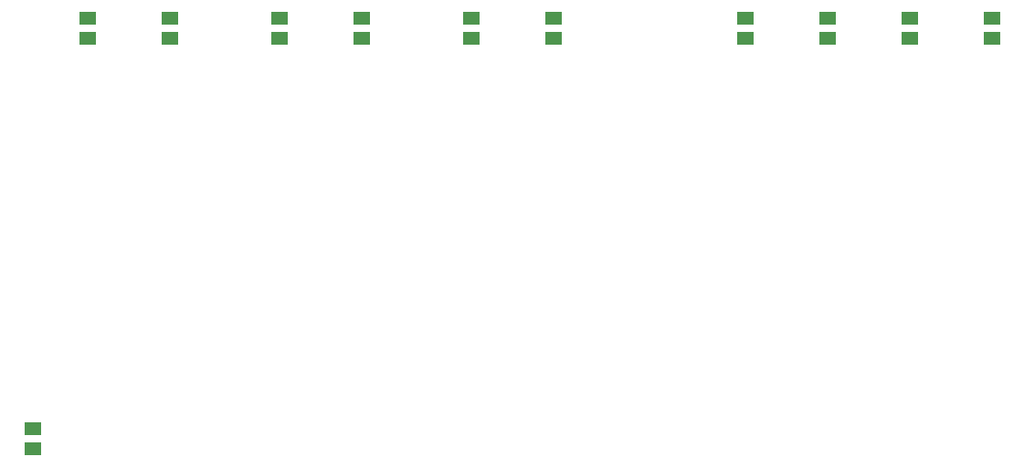
<source format=gbp>
G75*
%MOIN*%
%OFA0B0*%
%FSLAX25Y25*%
%IPPOS*%
%LPD*%
%AMOC8*
5,1,8,0,0,1.08239X$1,22.5*
%
%ADD10R,0.05906X0.05118*%
D10*
X0017000Y0251260D03*
X0017000Y0258740D03*
X0037000Y0401260D03*
X0037000Y0408740D03*
X0067000Y0408740D03*
X0067000Y0401260D03*
X0107000Y0401260D03*
X0107000Y0408740D03*
X0137000Y0408740D03*
X0137000Y0401260D03*
X0177000Y0401260D03*
X0177000Y0408740D03*
X0207000Y0408740D03*
X0207000Y0401260D03*
X0277000Y0401260D03*
X0277000Y0408740D03*
X0307000Y0408740D03*
X0307000Y0401260D03*
X0337000Y0401260D03*
X0337000Y0408740D03*
X0367000Y0408740D03*
X0367000Y0401260D03*
M02*

</source>
